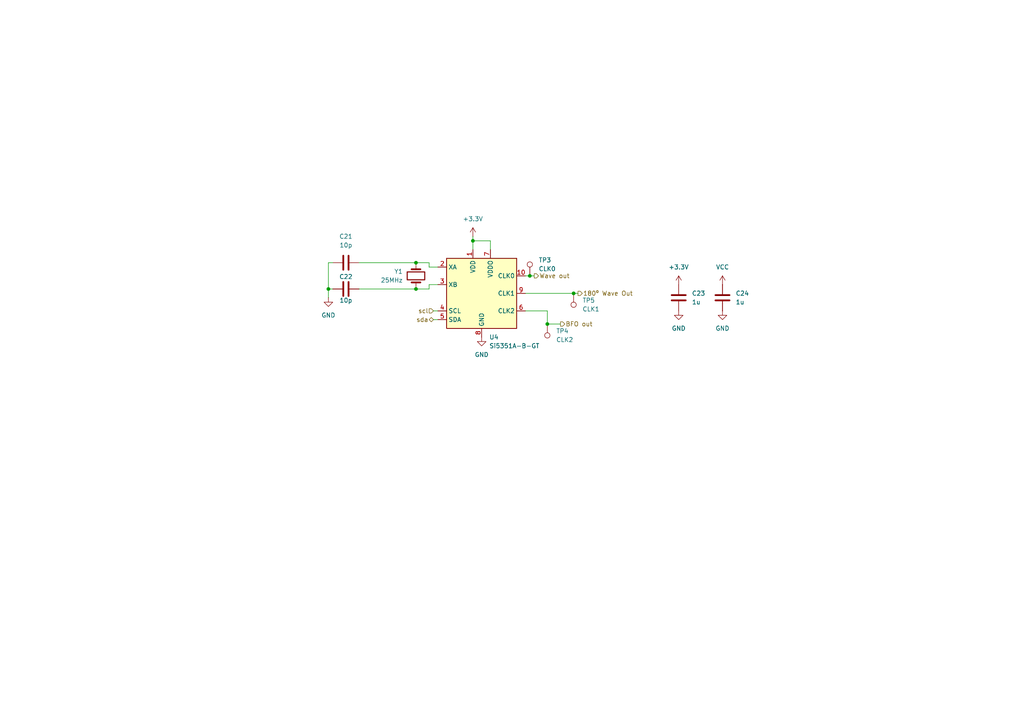
<source format=kicad_sch>
(kicad_sch (version 20231120) (generator "eeschema") (generator_version "8.0")
  (paper "A4")
  (title_block (title "Si5351a Controller") (rev "1"))
  (lib_symbols
    (symbol "Connector:TestPoint" (pin_numbers hide) (pin_names (offset 0.762) hide)
      (property "Reference" "TP" (at 0 6.858 0))
      (property "Value" "TestPoint" (at 0 5.08 0))
      (symbol "TestPoint_0_1"
        (circle (center 0 3.302) (radius 0.762))
      )
      (symbol "TestPoint_1_1"
        (pin passive line (at 0 0 90) (length 2.54) (name "1") (number "1"))
      )
    )
    (symbol "Device:C" (pin_numbers hide) (pin_names (offset 0.254))
      (property "Reference" "C" (at 0.635 2.54 0))
      (property "Value" "C" (at 0.635 -2.54 0))
      (symbol "C_0_1"
        (polyline (pts (xy -2.032 -0.762) (xy 2.032 -0.762)) (stroke (width 0.508)))
        (polyline (pts (xy -2.032 0.762) (xy 2.032 0.762)) (stroke (width 0.508)))
      )
      (symbol "C_1_1"
        (pin passive line (at 0 3.81 270) (length 2.794) (name "~") (number "1"))
        (pin passive line (at 0 -3.81 90) (length 2.794) (name "~") (number "2"))
      )
    )
    (symbol "Device:Crystal" (pin_numbers hide) (pin_names (offset 1.016) hide)
      (property "Reference" "Y" (at 0 3.81 0))
      (property "Value" "Crystal" (at 0 -3.81 0))
      (symbol "Crystal_0_1"
        (rectangle (start -1.143 2.54) (end 1.143 -2.54) (stroke (width 0.3048)))
        (polyline (pts (xy -2.54 0) (xy -1.905 0)))
        (polyline (pts (xy -1.905 -1.27) (xy -1.905 1.27)) (stroke (width 0.508)))
        (polyline (pts (xy 1.905 -1.27) (xy 1.905 1.27)) (stroke (width 0.508)))
        (polyline (pts (xy 2.54 0) (xy 1.905 0)))
      )
      (symbol "Crystal_1_1"
        (pin passive line (at -3.81 0 0) (length 1.27) (name "1") (number "1"))
        (pin passive line (at 3.81 0 180) (length 1.27) (name "2") (number "2"))
      )
    )
    (symbol "Oscillator:Si5351A-B-GT"
      (property "Reference" "U" (at -8.89 11.43 0))
      (property "Value" "Si5351A-B-GT" (at -12.7 -12.7 0))
      (symbol "Si5351A-B-GT_0_1"
        (rectangle (start -10.16 10.16) (end 10.16 -10.16) (stroke (width 0.254)) (fill (type background)))
      )
      (symbol "Si5351A-B-GT_1_1"
        (pin power_in line (at -2.54 12.7 270) (length 2.54) (name "VDD") (number "1"))
        (pin output line (at 12.7 5.08 180) (length 2.54) (name "CLK0") (number "10"))
        (pin input line (at -12.7 7.62 0) (length 2.54) (name "XA") (number "2"))
        (pin input line (at -12.7 2.54 0) (length 2.54) (name "XB") (number "3"))
        (pin input line (at -12.7 -5.08 0) (length 2.54) (name "SCL") (number "4"))
        (pin bidirectional line (at -12.7 -7.62 0) (length 2.54) (name "SDA") (number "5"))
        (pin output line (at 12.7 -5.08 180) (length 2.54) (name "CLK2") (number "6"))
        (pin power_in line (at 2.54 12.7 270) (length 2.54) (name "VDDO") (number "7"))
        (pin power_in line (at 0 -12.7 90) (length 2.54) (name "GND") (number "8"))
        (pin output line (at 12.7 0 180) (length 2.54) (name "CLK1") (number "9"))
      )
    )
    (symbol "power:+3.3V" (power) (pin_numbers hide) (pin_names (offset 0) hide)
      (property "Value" "+3.3V" (at 0 3.556 0))
      (symbol "+3.3V_0_1"
        (polyline (pts (xy -0.762 1.27) (xy 0 2.54)))
        (polyline (pts (xy 0 0) (xy 0 2.54)))
        (polyline (pts (xy 0 2.54) (xy 0.762 1.27)))
      )
      (symbol "+3.3V_1_1"
        (pin power_in line (at 0 0 90) (length 0) (name "~") (number "1"))
      )
    )
    (symbol "power:GND" (power) (pin_numbers hide) (pin_names (offset 0) hide)
      (property "Value" "GND" (at 0 -3.81 0))
      (symbol "GND_0_1"
        (polyline (pts (xy 0 0) (xy 0 -1.27) (xy 1.27 -1.27) (xy 0 -2.54) (xy -1.27 -1.27) (xy 0 -1.27)))
      )
      (symbol "GND_1_1"
        (pin power_in line (at 0 0 270) (length 0) (name "~") (number "1"))
      )
    )
    (symbol "power:VCC" (power) (pin_numbers hide) (pin_names (offset 0) hide)
      (property "Value" "VCC" (at 0 3.556 0))
      (symbol "VCC_0_1"
        (polyline (pts (xy -0.762 1.27) (xy 0 2.54)))
        (polyline (pts (xy 0 0) (xy 0 2.54)))
        (polyline (pts (xy 0 2.54) (xy 0.762 1.27)))
      )
      (symbol "VCC_1_1"
        (pin power_in line (at 0 0 90) (length 0) (name "~") (number "1"))
      )
    )
  )
  (junction (at 120.65 83.82))
  (junction (at 166.37 85.09))
  (junction (at 137.16 69.85))
  (junction (at 120.65 76.2))
  (junction (at 153.67 80.01))
  (junction (at 158.75 93.98))
  (junction (at 95.25 83.82))
  (wire (pts (xy 124.46 76.2) (xy 124.46 77.47)))
  (wire (pts (xy 104.14 83.82) (xy 120.65 83.82)))
  (wire (pts (xy 95.25 76.2) (xy 96.52 76.2)))
  (wire (pts (xy 158.75 93.98) (xy 162.56 93.98)))
  (wire (pts (xy 137.16 69.85) (xy 137.16 72.39)))
  (wire (pts (xy 152.4 90.17) (xy 158.75 90.17)))
  (wire (pts (xy 124.46 77.47) (xy 127 77.47)))
  (wire (pts (xy 120.65 83.82) (xy 124.46 83.82)))
  (wire (pts (xy 158.75 90.17) (xy 158.75 93.98)))
  (wire (pts (xy 104.14 76.2) (xy 120.65 76.2)))
  (wire (pts (xy 95.25 83.82) (xy 96.52 83.82)))
  (wire (pts (xy 125.73 92.71) (xy 127 92.71)))
  (wire (pts (xy 142.24 69.85) (xy 137.16 69.85)))
  (wire (pts (xy 166.37 85.09) (xy 167.64 85.09)))
  (wire (pts (xy 124.46 83.82) (xy 124.46 82.55)))
  (wire (pts (xy 125.73 90.17) (xy 127 90.17)))
  (wire (pts (xy 152.4 80.01) (xy 153.67 80.01)))
  (wire (pts (xy 95.25 83.82) (xy 95.25 76.2)))
  (wire (pts (xy 137.16 69.85) (xy 137.16 68.58)))
  (wire (pts (xy 95.25 86.36) (xy 95.25 83.82)))
  (wire (pts (xy 152.4 85.09) (xy 166.37 85.09)))
  (wire (pts (xy 120.65 76.2) (xy 124.46 76.2)))
  (wire (pts (xy 142.24 72.39) (xy 142.24 69.85)))
  (wire (pts (xy 153.67 80.01) (xy 154.94 80.01)))
  (wire (pts (xy 124.46 82.55) (xy 127 82.55)))
  (hierarchical_label "scl" (shape input) (at 125.73 90.17 180))
  (hierarchical_label "sda" (shape bidirectional) (at 125.73 92.71 180))
  (hierarchical_label "BFO out" (shape output) (at 162.56 93.98 0))
  (hierarchical_label "180º Wave Out" (shape output) (at 167.64 85.09 0))
  (hierarchical_label "Wave out" (shape output) (at 154.94 80.01 0))
  (symbol (lib_id "power:+3.3V") (at 137.16 68.58 0) (unit 1)
    (property "Reference" "#PWR045" (effects (hide yes)))
    (property "Value" "+3.3V" (at 137.16 63.5 0))
    (property "Description" "Power symbol creates a global label with name \"+3.3V\"" (effects (hide yes)))
  )
  (symbol (lib_id "Connector:TestPoint") (at 166.37 85.09 180) (unit 1)
    (property "Reference" "TP5" (at 168.91 87.1219 0) (effects (justify right)))
    (property "Value" "CLK1" (at 168.91 89.6619 0) (effects (justify right)))
    (property "Description" "test point" (effects (hide yes)))
  )
  (symbol (lib_id "power:GND") (at 95.25 86.36 0) (unit 1)
    (property "Reference" "#PWR044" (effects (hide yes)))
    (property "Value" "GND" (at 95.25 91.44 0))
    (property "Description" "Power symbol creates a global label with name \"GND\" , ground" (effects (hide yes)))
  )
  (symbol (lib_id "Connector:TestPoint") (at 153.67 80.01 0) (unit 1)
    (property "Reference" "TP3" (at 156.21 75.4379 0) (effects (justify left)))
    (property "Value" "CLK0" (at 156.21 77.9779 0) (effects (justify left)))
    (property "Description" "test point" (effects (hide yes)))
  )
  (symbol (lib_id "Device:C") (at 100.33 76.2 90) (unit 1)
    (property "Reference" "C21" (at 100.33 68.58 90))
    (property "Value" "10p" (at 100.33 71.12 90))
    (property "Description" "Unpolarized capacitor" (effects (hide yes)))
  )
  (symbol (lib_id "power:GND") (at 139.7 97.79 0) (unit 1)
    (property "Reference" "#PWR046" (effects (hide yes)))
    (property "Value" "GND" (at 139.7 102.87 0))
    (property "Description" "Power symbol creates a global label with name \"GND\" , ground" (effects (hide yes)))
  )
  (symbol (lib_id "Device:Crystal") (at 120.65 80.01 90) (mirror x) (unit 1)
    (property "Reference" "Y1" (at 116.84 78.7399 90) (effects (justify left)))
    (property "Value" "25MHz" (at 116.84 81.2799 90) (effects (justify left)))
    (property "Description" "Two pin crystal" (effects (hide yes)))
  )
  (symbol (lib_id "power:VCC") (at 209.55 82.55 0) (unit 1)
    (property "Reference" "#PWR049" (effects (hide yes)))
    (property "Value" "VCC" (at 209.55 77.47 0))
    (property "Description" "Power symbol creates a global label with name \"VCC\"" (effects (hide yes)))
  )
  (symbol (lib_id "Oscillator:Si5351A-B-GT") (at 139.7 85.09 0) (unit 1)
    (property "Reference" "U4" (at 141.8941 97.79 0) (effects (justify left)))
    (property "Value" "Si5351A-B-GT" (at 141.8941 100.33 0) (effects (justify left)))
    (property "Footprint" "Package_SO:MSOP-10_3x3mm_P0.5mm" (effects (hide yes)))
    (property "Datasheet" "https://www.silabs.com/documents/public/data-sheets/Si5351-B.pdf" (effects (hide yes)))
    (property "Description" "I2C Programmable Any-Frequency CMOS Clock Generator, MSOP-8" (effects (hide yes)))
  )
  (symbol (lib_id "power:GND") (at 209.55 90.17 0) (unit 1)
    (property "Reference" "#PWR050" (effects (hide yes)))
    (property "Value" "GND" (at 209.55 95.25 0))
    (property "Description" "Power symbol creates a global label with name \"GND\" , ground" (effects (hide yes)))
  )
  (symbol (lib_id "Device:C") (at 100.33 83.82 90) (unit 1)
    (property "Reference" "C22" (at 100.33 80.264 90))
    (property "Value" "10p" (at 100.33 87.122 90))
    (property "Description" "Unpolarized capacitor" (effects (hide yes)))
  )
  (symbol (lib_id "power:+3.3V") (at 196.85 82.55 0) (unit 1)
    (property "Reference" "#PWR047" (effects (hide yes)))
    (property "Value" "+3.3V" (at 196.85 77.47 0))
    (property "Description" "Power symbol creates a global label with name \"+3.3V\"" (effects (hide yes)))
  )
  (symbol (lib_id "Connector:TestPoint") (at 158.75 93.98 180) (unit 1)
    (property "Reference" "TP4" (at 161.29 96.0119 0) (effects (justify right)))
    (property "Value" "CLK2" (at 161.29 98.5519 0) (effects (justify right)))
    (property "Description" "test point" (effects (hide yes)))
  )
  (symbol (lib_id "Device:C") (at 209.55 86.36 0) (unit 1)
    (property "Reference" "C24" (at 213.36 85.0899 0) (effects (justify left)))
    (property "Value" "1u" (at 213.36 87.6299 0) (effects (justify left)))
    (property "Footprint" "Capacitor_SMD:C_0603_1608Metric" (effects (hide yes)))
    (property "Description" "Unpolarized capacitor" (effects (hide yes)))
  )
  (symbol (lib_id "power:GND") (at 196.85 90.17 0) (unit 1)
    (property "Reference" "#PWR048" (effects (hide yes)))
    (property "Value" "GND" (at 196.85 95.25 0))
    (property "Description" "Power symbol creates a global label with name \"GND\" , ground" (effects (hide yes)))
  )
  (symbol (lib_id "Device:C") (at 196.85 86.36 0) (unit 1)
    (property "Reference" "C23" (at 200.66 85.0899 0) (effects (justify left)))
    (property "Value" "1u" (at 200.66 87.6299 0) (effects (justify left)))
    (property "Footprint" "Capacitor_SMD:C_0603_1608Metric" (effects (hide yes)))
    (property "Description" "Unpolarized capacitor" (effects (hide yes)))
  )
)
</source>
